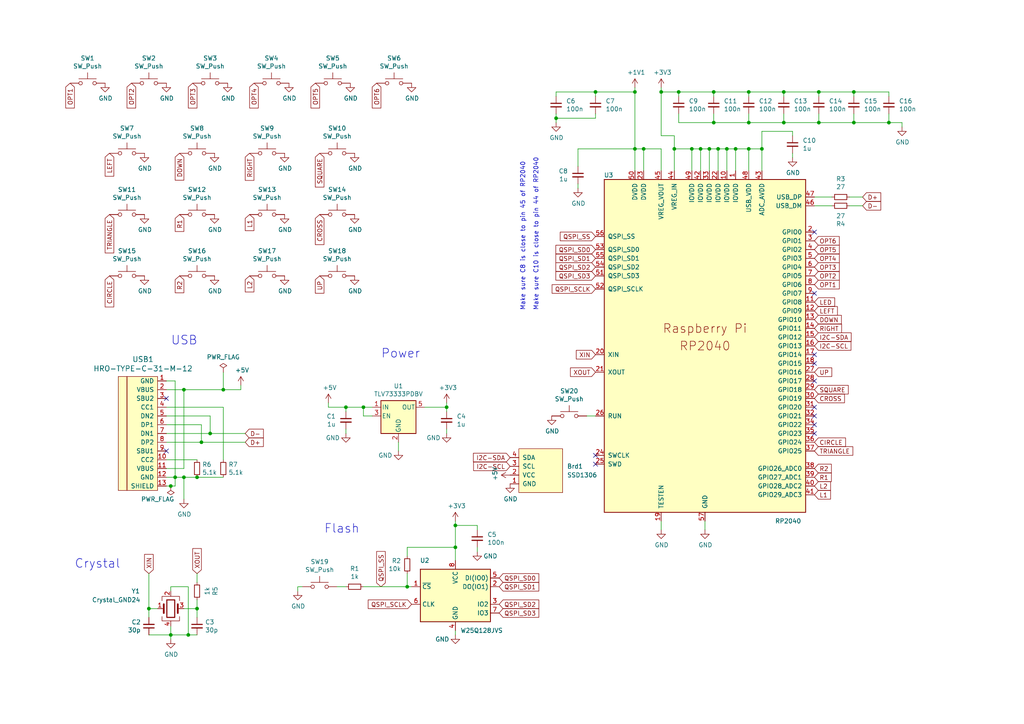
<source format=kicad_sch>
(kicad_sch (version 20211123) (generator eeschema)
  (paper "A4")
  (lib_symbols
    (symbol "Device:C_Small" (pin_numbers hide) (pin_names (offset 0.254) hide)
      (property "Reference" "C" (at 0.254 1.778 0))
      (property "Value" "C_Small" (at 0.254 -2.032 0))
      (symbol "C_Small_1_1"
        (pin passive line (at 0 2.54 270) (length 2.032) (name "~") (number "1"))
        (pin passive line (at 0 -2.54 90) (length 2.032) (name "~") (number "2"))
      )
    )
    (symbol "Device:Crystal_GND24" (pin_names (offset 1.016) hide)
      (property "Reference" "Y" (at 3.175 5.08 0))
      (property "Value" "Crystal_GND24" (at 3.175 3.175 0))
      (symbol "Crystal_GND24_1_1"
        (pin passive line (at -3.81 0 0) (length 1.27) (name "1") (number "1"))
        (pin passive line (at 0 5.08 270) (length 1.27) (name "2") (number "2"))
        (pin passive line (at 3.81 0 180) (length 1.27) (name "3") (number "3"))
        (pin passive line (at 0 -5.08 90) (length 1.27) (name "4") (number "4"))
      )
    )
    (symbol "Device:R_Small" (pin_numbers hide) (pin_names (offset 0.254) hide)
      (property "Reference" "R" (at 0.762 0.508 0))
      (property "Value" "R_Small" (at 0.762 -1.016 0))
      (symbol "R_Small_1_1"
        (pin passive line (at 0 2.54 270) (length 0.762) (name "~") (number "1"))
        (pin passive line (at 0 -2.54 90) (length 0.762) (name "~") (number "2"))
      )
    )
    (symbol "Memory_Flash:W25Q128JVS"
      (property "Reference" "U" (at -8.89 8.89 0))
      (property "Value" "W25Q128JVS" (at 7.62 8.89 0))
      (symbol "W25Q128JVS_1_1"
        (pin input line (at -12.7 2.54 0) (length 2.54) (name "~{CS}") (number "1"))
        (pin bidirectional line (at 12.7 2.54 180) (length 2.54) (name "DO(IO1)") (number "2"))
        (pin bidirectional line (at 12.7 -2.54 180) (length 2.54) (name "IO2") (number "3"))
        (pin power_in line (at 0 -10.16 90) (length 2.54) (name "GND") (number "4"))
        (pin bidirectional line (at 12.7 5.08 180) (length 2.54) (name "DI(IO0)") (number "5"))
        (pin input line (at -12.7 -2.54 0) (length 2.54) (name "CLK") (number "6"))
        (pin bidirectional line (at 12.7 -5.08 180) (length 2.54) (name "IO3") (number "7"))
        (pin power_in line (at 0 10.16 270) (length 2.54) (name "VCC") (number "8"))
      )
    )
    (symbol "RP2040:RP2040" (pin_names (offset 1.016))
      (property "Reference" "U" (at -29.21 49.53 0))
      (property "Value" "RP2040" (at 24.13 -49.53 0))
      (symbol "RP2040_0_0"
        (text "Raspberry Pi" (at 0 5.08 0) (effects (font (size 2.54 2.54))))
        (text "RP2040" (at 0 0 0) (effects (font (size 2.54 2.54))))
      )
      (symbol "RP2040_1_1"
        (pin power_in line (at 8.89 50.8 270) (length 2.54) (name "IOVDD") (number "1"))
        (pin power_in line (at 6.35 50.8 270) (length 2.54) (name "IOVDD") (number "10"))
        (pin bidirectional line (at 31.75 12.7 180) (length 2.54) (name "GPIO8") (number "11"))
        (pin bidirectional line (at 31.75 10.16 180) (length 2.54) (name "GPIO9") (number "12"))
        (pin bidirectional line (at 31.75 7.62 180) (length 2.54) (name "GPIO10") (number "13"))
        (pin bidirectional line (at 31.75 5.08 180) (length 2.54) (name "GPIO11") (number "14"))
        (pin bidirectional line (at 31.75 2.54 180) (length 2.54) (name "GPIO12") (number "15"))
        (pin bidirectional line (at 31.75 0 180) (length 2.54) (name "GPIO13") (number "16"))
        (pin bidirectional line (at 31.75 -2.54 180) (length 2.54) (name "GPIO14") (number "17"))
        (pin bidirectional line (at 31.75 -5.08 180) (length 2.54) (name "GPIO15") (number "18"))
        (pin passive line (at -12.7 -50.8 90) (length 2.54) (name "TESTEN") (number "19"))
        (pin bidirectional line (at 31.75 33.02 180) (length 2.54) (name "GPIO0") (number "2"))
        (pin input line (at -31.75 -2.54 0) (length 2.54) (name "XIN") (number "20"))
        (pin passive line (at -31.75 -7.62 0) (length 2.54) (name "XOUT") (number "21"))
        (pin power_in line (at 3.81 50.8 270) (length 2.54) (name "IOVDD") (number "22"))
        (pin power_in line (at -17.78 50.8 270) (length 2.54) (name "DVDD") (number "23"))
        (pin output line (at -31.75 -31.75 0) (length 2.54) (name "SWCLK") (number "24"))
        (pin bidirectional line (at -31.75 -34.29 0) (length 2.54) (name "SWD") (number "25"))
        (pin input line (at -31.75 -20.32 0) (length 2.54) (name "RUN") (number "26"))
        (pin bidirectional line (at 31.75 -7.62 180) (length 2.54) (name "GPIO16") (number "27"))
        (pin bidirectional line (at 31.75 -10.16 180) (length 2.54) (name "GPIO17") (number "28"))
        (pin bidirectional line (at 31.75 -12.7 180) (length 2.54) (name "GPIO18") (number "29"))
        (pin bidirectional line (at 31.75 30.48 180) (length 2.54) (name "GPIO1") (number "3"))
        (pin bidirectional line (at 31.75 -15.24 180) (length 2.54) (name "GPIO19") (number "30"))
        (pin bidirectional line (at 31.75 -17.78 180) (length 2.54) (name "GPIO20") (number "31"))
        (pin bidirectional line (at 31.75 -20.32 180) (length 2.54) (name "GPIO21") (number "32"))
        (pin power_in line (at 1.27 50.8 270) (length 2.54) (name "IOVDD") (number "33"))
        (pin bidirectional line (at 31.75 -22.86 180) (length 2.54) (name "GPIO22") (number "34"))
        (pin bidirectional line (at 31.75 -25.4 180) (length 2.54) (name "GPIO23") (number "35"))
        (pin bidirectional line (at 31.75 -27.94 180) (length 2.54) (name "GPIO24") (number "36"))
        (pin bidirectional line (at 31.75 -30.48 180) (length 2.54) (name "GPIO25") (number "37"))
        (pin bidirectional line (at 31.75 -35.56 180) (length 2.54) (name "GPIO26_ADC0") (number "38"))
        (pin bidirectional line (at 31.75 -38.1 180) (length 2.54) (name "GPIO27_ADC1") (number "39"))
        (pin bidirectional line (at 31.75 27.94 180) (length 2.54) (name "GPIO2") (number "4"))
        (pin bidirectional line (at 31.75 -40.64 180) (length 2.54) (name "GPIO28_ADC2") (number "40"))
        (pin bidirectional line (at 31.75 -43.18 180) (length 2.54) (name "GPIO29_ADC3") (number "41"))
        (pin power_in line (at -1.27 50.8 270) (length 2.54) (name "IOVDD") (number "42"))
        (pin power_in line (at 16.51 50.8 270) (length 2.54) (name "ADC_AVDD") (number "43"))
        (pin power_in line (at -8.89 50.8 270) (length 2.54) (name "VREG_IN") (number "44"))
        (pin power_out line (at -12.7 50.8 270) (length 2.54) (name "VREG_VOUT") (number "45"))
        (pin bidirectional line (at 31.75 40.64 180) (length 2.54) (name "USB_DM") (number "46"))
        (pin bidirectional line (at 31.75 43.18 180) (length 2.54) (name "USB_DP") (number "47"))
        (pin power_in line (at 12.7 50.8 270) (length 2.54) (name "USB_VDD") (number "48"))
        (pin power_in line (at -3.81 50.8 270) (length 2.54) (name "IOVDD") (number "49"))
        (pin bidirectional line (at 31.75 25.4 180) (length 2.54) (name "GPIO3") (number "5"))
        (pin power_in line (at -20.32 50.8 270) (length 2.54) (name "DVDD") (number "50"))
        (pin bidirectional line (at -31.75 20.32 0) (length 2.54) (name "QSPI_SD3") (number "51"))
        (pin output line (at -31.75 16.51 0) (length 2.54) (name "QSPI_SCLK") (number "52"))
        (pin bidirectional line (at -31.75 27.94 0) (length 2.54) (name "QSPI_SD0") (number "53"))
        (pin bidirectional line (at -31.75 22.86 0) (length 2.54) (name "QSPI_SD2") (number "54"))
        (pin bidirectional line (at -31.75 25.4 0) (length 2.54) (name "QSPI_SD1") (number "55"))
        (pin bidirectional line (at -31.75 31.75 0) (length 2.54) (name "QSPI_SS") (number "56"))
        (pin power_in line (at 0 -50.8 90) (length 2.54) (name "GND") (number "57"))
        (pin bidirectional line (at 31.75 22.86 180) (length 2.54) (name "GPIO4") (number "6"))
        (pin bidirectional line (at 31.75 20.32 180) (length 2.54) (name "GPIO5") (number "7"))
        (pin bidirectional line (at 31.75 17.78 180) (length 2.54) (name "GPIO6") (number "8"))
        (pin bidirectional line (at 31.75 15.24 180) (length 2.54) (name "GPIO7") (number "9"))
      )
    )
    (symbol "Regulator_Linear:TLV73333PDBV" (pin_names (offset 0.254))
      (property "Reference" "U" (at -3.81 5.715 0))
      (property "Value" "TLV73333PDBV" (at 0 5.715 0))
      (symbol "TLV73333PDBV_1_1"
        (pin power_in line (at -7.62 2.54 0) (length 2.54) (name "IN") (number "1"))
        (pin power_in line (at 0 -7.62 90) (length 2.54) (name "GND") (number "2"))
        (pin input line (at -7.62 0 0) (length 2.54) (name "EN") (number "3"))
        (pin no_connect line (at 5.08 0 180) (length 2.54) hide (name "NC") (number "4"))
        (pin power_out line (at 7.62 2.54 180) (length 2.54) (name "OUT") (number "5"))
      )
    )
    (symbol "SSD1306-128x64_OLED:SSD1306" (pin_names (offset 1.016))
      (property "Reference" "Brd" (at 0 -3.81 0))
      (property "Value" "SSD1306" (at 0 -1.27 0))
      (symbol "SSD1306_1_1"
        (pin input line (at -3.81 8.89 270) (length 2.54) (name "GND") (number "1"))
        (pin input line (at -1.27 8.89 270) (length 2.54) (name "VCC") (number "2"))
        (pin input line (at 1.27 8.89 270) (length 2.54) (name "SCL") (number "3"))
        (pin input line (at 3.81 8.89 270) (length 2.54) (name "SDA") (number "4"))
      )
    )
    (symbol "Switch:SW_Push" (pin_numbers hide) (pin_names (offset 1.016) hide)
      (property "Reference" "SW" (at 1.27 2.54 0))
      (property "Value" "SW_Push" (at 0 -1.524 0))
      (symbol "SW_Push_0_1"
        (pin passive line (at -5.08 0 0) (length 2.54) (name "1") (number "1"))
        (pin passive line (at 5.08 0 180) (length 2.54) (name "2") (number "2"))
      )
    )
    (symbol "Type-C:HRO-TYPE-C-31-M-12" (pin_names (offset 1.016))
      (property "Reference" "USB" (at -5.08 16.51 0))
      (property "Value" "HRO-TYPE-C-31-M-12" (at -10.16 -1.27 90))
      (symbol "HRO-TYPE-C-31-M-12_1_1"
        (pin input line (at 2.54 13.97 180) (length 2.54) (name "GND") (number "1"))
        (pin input line (at 2.54 -8.89 180) (length 2.54) (name "CC2") (number "10"))
        (pin input line (at 2.54 -11.43 180) (length 2.54) (name "VBUS") (number "11"))
        (pin input line (at 2.54 -13.97 180) (length 2.54) (name "GND") (number "12"))
        (pin input line (at 2.54 -16.51 180) (length 2.54) (name "SHIELD") (number "13"))
        (pin input line (at 2.54 11.43 180) (length 2.54) (name "VBUS") (number "2"))
        (pin input line (at 2.54 8.89 180) (length 2.54) (name "SBU2") (number "3"))
        (pin input line (at 2.54 6.35 180) (length 2.54) (name "CC1") (number "4"))
        (pin input line (at 2.54 3.81 180) (length 2.54) (name "DN2") (number "5"))
        (pin input line (at 2.54 1.27 180) (length 2.54) (name "DP1") (number "6"))
        (pin input line (at 2.54 -1.27 180) (length 2.54) (name "DN1") (number "7"))
        (pin input line (at 2.54 -3.81 180) (length 2.54) (name "DP2") (number "8"))
        (pin input line (at 2.54 -6.35 180) (length 2.54) (name "SBU1") (number "9"))
      )
    )
    (symbol "power:+1V1" (power) (pin_names (offset 0))
      (property "Value" "+1V1" (at 0 3.556 0))
      (symbol "+1V1_1_1"
        (pin power_in line (at 0 0 90) (length 0) hide (name "+1V1") (number "1"))
      )
    )
    (symbol "power:+3V3" (power) (pin_names (offset 0))
      (property "Value" "+3V3" (at 0 3.556 0))
      (symbol "+3V3_1_1"
        (pin power_in line (at 0 0 90) (length 0) hide (name "+3V3") (number "1"))
      )
    )
    (symbol "power:+5V" (power) (pin_names (offset 0))
      (property "Value" "+5V" (at 0 3.556 0))
      (symbol "+5V_1_1"
        (pin power_in line (at 0 0 90) (length 0) hide (name "+5V") (number "1"))
      )
    )
    (symbol "power:GND" (power) (pin_names (offset 0))
      (property "Value" "GND" (at 0 -3.81 0))
      (symbol "GND_1_1"
        (pin power_in line (at 0 0 270) (length 0) hide (name "GND") (number "1"))
      )
    )
    (symbol "power:PWR_FLAG" (power) (pin_numbers hide) (pin_names (offset 0) hide)
      (property "Value" "PWR_FLAG" (at 0 3.81 0))
      (symbol "PWR_FLAG_0_0"
        (pin power_out line (at 0 0 90) (length 0) (name "pwr") (number "1"))
      )
    )
    (symbol "sk6812mini-e_easy_solder:SK6812MINI-E_Easy_Solder" (pin_names (offset 0.254))
      (property "Reference" "D" (at 5.08 5.715 0))
      (property "Value" "SK6812MINI-E_Easy_Solder" (at 1.27 -5.715 0))
      (symbol "SK6812MINI-E_Easy_Solder_0_0"
        (text "RGB" (at 2.286 -4.191 0) (effects (font (size 0.762 0.762))))
      )
      (symbol "SK6812MINI-E_Easy_Solder_1_1"
        (pin power_in line (at 0 7.62 270) (length 2.54) (name "VDD") (number "1"))
        (pin output line (at 7.62 0 180) (length 2.54) (name "DOUT") (number "2"))
        (pin power_in line (at 0 -7.62 90) (length 2.54) (name "VSS") (number "3"))
        (pin input line (at -7.62 0 0) (length 2.54) (name "DIN") (number "4"))
      )
    )
  )
  (junction (at 191.77 26.67))
  (junction (at 196.85 26.67))
  (junction (at 247.65 26.67))
  (junction (at 207.01 35.56))
  (junction (at 58.42 128.27))
  (junction (at 186.69 225.425))
  (junction (at 50.8 138.43))
  (junction (at 217.17 240.665))
  (junction (at 227.33 26.67))
  (junction (at 237.49 35.56))
  (junction (at 49.53 184.15))
  (junction (at 54.61 184.15))
  (junction (at 227.33 35.56))
  (junction (at 213.36 43.18))
  (junction (at 210.82 43.18))
  (junction (at 208.28 43.18))
  (junction (at 140.97 240.665))
  (junction (at 156.21 240.665))
  (junction (at 110.49 225.425))
  (junction (at 105.41 118.11))
  (junction (at 125.73 240.665))
  (junction (at 80.01 240.665))
  (junction (at 156.21 225.425))
  (junction (at 171.45 240.665))
  (junction (at 53.34 138.43))
  (junction (at 201.93 225.425))
  (junction (at 201.93 240.665))
  (junction (at 49.53 140.97))
  (junction (at 118.11 170.18))
  (junction (at 172.72 26.67))
  (junction (at 205.74 43.18))
  (junction (at 247.65 35.56))
  (junction (at 217.17 26.67))
  (junction (at 132.08 152.4))
  (junction (at 217.17 225.425))
  (junction (at 60.96 125.73))
  (junction (at 110.49 240.665))
  (junction (at 186.69 43.18))
  (junction (at 232.41 240.665))
  (junction (at 57.15 138.43))
  (junction (at 125.73 225.425))
  (junction (at 95.25 240.665))
  (junction (at 217.17 43.18))
  (junction (at 161.29 34.29))
  (junction (at 220.98 43.18))
  (junction (at 140.97 225.425))
  (junction (at 207.01 26.67))
  (junction (at 257.81 35.56))
  (junction (at 184.15 43.18))
  (junction (at 95.25 225.425))
  (junction (at 64.77 225.425))
  (junction (at 53.34 113.03))
  (junction (at 80.01 225.425))
  (junction (at 200.66 43.18))
  (junction (at 184.15 26.67))
  (junction (at 203.2 43.18))
  (junction (at 186.69 240.665))
  (junction (at 171.45 225.425))
  (junction (at 195.58 43.18))
  (junction (at 217.17 35.56))
  (junction (at 57.15 176.53))
  (junction (at 64.77 113.03))
  (junction (at 132.08 158.75))
  (junction (at 100.33 118.11))
  (junction (at 237.49 26.67))
  (junction (at 43.18 176.53))
  (junction (at 129.54 118.11))
  (no_connect (at 236.22 123.19))
  (no_connect (at 236.22 120.65))
  (no_connect (at 236.22 85.09))
  (no_connect (at 236.22 110.49))
  (no_connect (at 236.22 125.73))
  (no_connect (at 240.03 233.045))
  (no_connect (at 236.22 67.31))
  (no_connect (at 236.22 102.87))
  (no_connect (at 48.26 130.81))
  (no_connect (at 48.26 115.57))
  (no_connect (at 172.72 132.08))
  (no_connect (at 236.22 118.11))
  (no_connect (at 236.22 105.41))
  (no_connect (at 172.72 134.62))
  (wire (pts (xy 54.61 184.15) (xy 49.53 184.15)))
  (wire (pts (xy 48.26 118.11) (xy 64.77 118.11)))
  (wire (pts (xy 156.21 240.665) (xy 171.45 240.665)))
  (wire (pts (xy 50.8 140.97) (xy 49.53 140.97)))
  (wire (pts (xy 43.18 184.15) (xy 49.53 184.15)))
  (wire (pts (xy 95.25 225.425) (xy 110.49 225.425)))
  (wire (pts (xy 201.93 225.425) (xy 217.17 225.425)))
  (wire (pts (xy 196.85 33.02) (xy 196.85 35.56)))
  (wire (pts (xy 184.15 43.18) (xy 186.69 43.18)))
  (wire (pts (xy 167.64 48.26) (xy 167.64 43.18)))
  (wire (pts (xy 110.49 225.425) (xy 125.73 225.425)))
  (wire (pts (xy 53.34 176.53) (xy 57.15 176.53)))
  (wire (pts (xy 207.01 33.02) (xy 207.01 35.56)))
  (wire (pts (xy 43.18 166.37) (xy 43.18 176.53)))
  (wire (pts (xy 53.34 113.03) (xy 53.34 135.89)))
  (wire (pts (xy 257.81 27.94) (xy 257.81 26.67)))
  (wire (pts (xy 217.17 43.18) (xy 220.98 43.18)))
  (wire (pts (xy 195.58 43.18) (xy 195.58 39.37)))
  (wire (pts (xy 48.26 138.43) (xy 50.8 138.43)))
  (wire (pts (xy 236.22 59.69) (xy 241.3 59.69)))
  (wire (pts (xy 200.66 43.18) (xy 203.2 43.18)))
  (wire (pts (xy 118.11 170.18) (xy 119.38 170.18)))
  (wire (pts (xy 64.77 240.665) (xy 80.01 240.665)))
  (wire (pts (xy 186.69 43.18) (xy 186.69 49.53)))
  (wire (pts (xy 45.72 176.53) (xy 43.18 176.53)))
  (wire (pts (xy 161.29 34.29) (xy 172.72 34.29)))
  (wire (pts (xy 207.01 26.67) (xy 217.17 26.67)))
  (wire (pts (xy 132.08 152.4) (xy 138.43 152.4)))
  (wire (pts (xy 97.79 170.18) (xy 100.33 170.18)))
  (wire (pts (xy 186.69 240.665) (xy 201.93 240.665)))
  (wire (pts (xy 171.45 225.425) (xy 186.69 225.425)))
  (wire (pts (xy 53.34 113.03) (xy 64.77 113.03)))
  (wire (pts (xy 184.15 43.18) (xy 184.15 49.53)))
  (wire (pts (xy 50.8 138.43) (xy 50.8 140.97)))
  (wire (pts (xy 71.12 125.73) (xy 60.96 125.73)))
  (wire (pts (xy 186.69 43.18) (xy 191.77 43.18)))
  (wire (pts (xy 161.29 34.29) (xy 161.29 35.56)))
  (wire (pts (xy 118.11 158.75) (xy 132.08 158.75)))
  (wire (pts (xy 237.49 26.67) (xy 247.65 26.67)))
  (wire (pts (xy 132.08 158.75) (xy 132.08 162.56)))
  (wire (pts (xy 60.96 120.65) (xy 60.96 125.73)))
  (wire (pts (xy 107.95 118.11) (xy 105.41 118.11)))
  (wire (pts (xy 208.28 49.53) (xy 208.28 43.18)))
  (wire (pts (xy 227.33 33.02) (xy 227.33 35.56)))
  (wire (pts (xy 203.2 49.53) (xy 203.2 43.18)))
  (wire (pts (xy 217.17 26.67) (xy 227.33 26.67)))
  (wire (pts (xy 186.69 225.425) (xy 201.93 225.425)))
  (wire (pts (xy 257.81 35.56) (xy 261.62 35.56)))
  (wire (pts (xy 217.17 240.665) (xy 232.41 240.665)))
  (wire (pts (xy 48.26 133.35) (xy 57.15 133.35)))
  (wire (pts (xy 57.15 168.91) (xy 57.15 166.37)))
  (wire (pts (xy 220.98 38.1) (xy 229.87 38.1)))
  (wire (pts (xy 64.77 107.95) (xy 64.77 113.03)))
  (wire (pts (xy 64.77 225.425) (xy 80.01 225.425)))
  (wire (pts (xy 54.61 170.18) (xy 54.61 184.15)))
  (wire (pts (xy 195.58 43.18) (xy 200.66 43.18)))
  (wire (pts (xy 172.72 27.94) (xy 172.72 26.67)))
  (wire (pts (xy 105.41 170.18) (xy 118.11 170.18)))
  (wire (pts (xy 227.33 35.56) (xy 237.49 35.56)))
  (wire (pts (xy 118.11 161.29) (xy 118.11 158.75)))
  (wire (pts (xy 105.41 120.65) (xy 105.41 118.11)))
  (wire (pts (xy 171.45 240.665) (xy 186.69 240.665)))
  (wire (pts (xy 48.26 110.49) (xy 50.8 110.49)))
  (wire (pts (xy 57.15 176.53) (xy 57.15 179.07)))
  (wire (pts (xy 205.74 49.53) (xy 205.74 43.18)))
  (wire (pts (xy 237.49 27.94) (xy 237.49 26.67)))
  (wire (pts (xy 132.08 152.4) (xy 132.08 151.13)))
  (wire (pts (xy 69.85 113.03) (xy 69.85 111.76)))
  (wire (pts (xy 140.97 225.425) (xy 156.21 225.425)))
  (wire (pts (xy 208.28 43.18) (xy 210.82 43.18)))
  (wire (pts (xy 213.36 43.18) (xy 217.17 43.18)))
  (wire (pts (xy 237.49 35.56) (xy 247.65 35.56)))
  (wire (pts (xy 100.33 124.46) (xy 100.33 125.73)))
  (wire (pts (xy 191.77 39.37) (xy 191.77 26.67)))
  (wire (pts (xy 246.38 59.69) (xy 250.19 59.69)))
  (wire (pts (xy 247.65 35.56) (xy 257.81 35.56)))
  (wire (pts (xy 49.53 184.15) (xy 49.53 185.42)))
  (wire (pts (xy 257.81 33.02) (xy 257.81 35.56)))
  (wire (pts (xy 123.19 118.11) (xy 129.54 118.11)))
  (wire (pts (xy 129.54 118.11) (xy 129.54 119.38)))
  (wire (pts (xy 95.25 118.11) (xy 95.25 116.84)))
  (wire (pts (xy 64.77 138.43) (xy 57.15 138.43)))
  (wire (pts (xy 49.53 170.18) (xy 54.61 170.18)))
  (wire (pts (xy 80.01 225.425) (xy 95.25 225.425)))
  (wire (pts (xy 195.58 49.53) (xy 195.58 43.18)))
  (wire (pts (xy 207.01 35.56) (xy 196.85 35.56)))
  (wire (pts (xy 132.08 158.75) (xy 132.08 152.4)))
  (wire (pts (xy 195.58 39.37) (xy 191.77 39.37)))
  (wire (pts (xy 172.72 34.29) (xy 172.72 33.02)))
  (wire (pts (xy 261.62 35.56) (xy 261.62 36.83)))
  (wire (pts (xy 170.18 120.65) (xy 172.72 120.65)))
  (wire (pts (xy 57.15 184.15) (xy 54.61 184.15)))
  (wire (pts (xy 58.42 123.19) (xy 58.42 128.27)))
  (wire (pts (xy 50.8 110.49) (xy 50.8 138.43)))
  (wire (pts (xy 191.77 43.18) (xy 191.77 49.53)))
  (wire (pts (xy 247.65 26.67) (xy 257.81 26.67)))
  (wire (pts (xy 57.15 176.53) (xy 57.15 173.99)))
  (wire (pts (xy 201.93 240.665) (xy 217.17 240.665)))
  (wire (pts (xy 204.47 151.13) (xy 204.47 153.67)))
  (wire (pts (xy 229.87 44.45) (xy 229.87 45.72)))
  (wire (pts (xy 172.72 26.67) (xy 184.15 26.67)))
  (wire (pts (xy 86.36 170.18) (xy 86.36 171.45)))
  (wire (pts (xy 43.18 176.53) (xy 43.18 179.07)))
  (wire (pts (xy 191.77 26.67) (xy 196.85 26.67)))
  (wire (pts (xy 227.33 27.94) (xy 227.33 26.67)))
  (wire (pts (xy 227.33 26.67) (xy 237.49 26.67)))
  (wire (pts (xy 229.87 39.37) (xy 229.87 38.1)))
  (wire (pts (xy 95.25 240.665) (xy 110.49 240.665)))
  (wire (pts (xy 125.73 240.665) (xy 140.97 240.665)))
  (wire (pts (xy 161.29 27.94) (xy 161.29 26.67)))
  (wire (pts (xy 217.17 49.53) (xy 217.17 43.18)))
  (wire (pts (xy 115.57 128.27) (xy 115.57 130.81)))
  (wire (pts (xy 205.74 43.18) (xy 208.28 43.18)))
  (wire (pts (xy 48.26 125.73) (xy 60.96 125.73)))
  (wire (pts (xy 48.26 113.03) (xy 53.34 113.03)))
  (wire (pts (xy 49.53 171.45) (xy 49.53 170.18)))
  (wire (pts (xy 50.8 138.43) (xy 53.34 138.43)))
  (wire (pts (xy 138.43 152.4) (xy 138.43 153.67)))
  (wire (pts (xy 184.15 25.4) (xy 184.15 26.67)))
  (wire (pts (xy 196.85 26.67) (xy 207.01 26.67)))
  (wire (pts (xy 49.53 181.61) (xy 49.53 184.15)))
  (wire (pts (xy 207.01 35.56) (xy 217.17 35.56)))
  (wire (pts (xy 167.64 43.18) (xy 184.15 43.18)))
  (wire (pts (xy 53.34 138.43) (xy 57.15 138.43)))
  (wire (pts (xy 118.11 166.37) (xy 118.11 170.18)))
  (wire (pts (xy 100.33 119.38) (xy 100.33 118.11)))
  (wire (pts (xy 196.85 27.94) (xy 196.85 26.67)))
  (wire (pts (xy 110.49 240.665) (xy 125.73 240.665)))
  (wire (pts (xy 203.2 43.18) (xy 205.74 43.18)))
  (wire (pts (xy 220.98 43.18) (xy 220.98 49.53)))
  (wire (pts (xy 167.64 53.34) (xy 167.64 54.61)))
  (wire (pts (xy 48.26 123.19) (xy 58.42 123.19)))
  (wire (pts (xy 129.54 124.46) (xy 129.54 125.73)))
  (wire (pts (xy 64.77 118.11) (xy 64.77 133.35)))
  (wire (pts (xy 210.82 49.53) (xy 210.82 43.18)))
  (wire (pts (xy 49.53 140.97) (xy 48.26 140.97)))
  (wire (pts (xy 125.73 225.425) (xy 140.97 225.425)))
  (wire (pts (xy 213.36 49.53) (xy 213.36 43.18)))
  (wire (pts (xy 107.95 120.65) (xy 105.41 120.65)))
  (wire (pts (xy 64.77 113.03) (xy 69.85 113.03)))
  (wire (pts (xy 217.17 27.94) (xy 217.17 26.67)))
  (wire (pts (xy 247.65 27.94) (xy 247.65 26.67)))
  (wire (pts (xy 129.54 116.84) (xy 129.54 118.11)))
  (wire (pts (xy 48.26 128.27) (xy 58.42 128.27)))
  (wire (pts (xy 217.17 33.02) (xy 217.17 35.56)))
  (wire (pts (xy 86.36 170.18) (xy 87.63 170.18)))
  (wire (pts (xy 191.77 151.13) (xy 191.77 153.67)))
  (wire (pts (xy 140.97 240.665) (xy 156.21 240.665)))
  (wire (pts (xy 161.29 26.67) (xy 172.72 26.67)))
  (wire (pts (xy 200.66 49.53) (xy 200.66 43.18)))
  (wire (pts (xy 217.17 225.425) (xy 232.41 225.425)))
  (wire (pts (xy 138.43 158.75) (xy 138.43 160.02)))
  (wire (pts (xy 237.49 33.02) (xy 237.49 35.56)))
  (wire (pts (xy 48.26 120.65) (xy 60.96 120.65)))
  (wire (pts (xy 71.12 128.27) (xy 58.42 128.27)))
  (wire (pts (xy 95.25 118.11) (xy 100.33 118.11)))
  (wire (pts (xy 247.65 33.02) (xy 247.65 35.56)))
  (wire (pts (xy 220.98 38.1) (xy 220.98 43.18)))
  (wire (pts (xy 132.08 182.88) (xy 132.08 184.15)))
  (wire (pts (xy 100.33 118.11) (xy 105.41 118.11)))
  (wire (pts (xy 191.77 25.4) (xy 191.77 26.67)))
  (wire (pts (xy 53.34 144.78) (xy 53.34 138.43)))
  (wire (pts (xy 236.22 57.15) (xy 241.3 57.15)))
  (wire (pts (xy 246.38 57.15) (xy 250.19 57.15)))
  (wire (pts (xy 210.82 43.18) (xy 213.36 43.18)))
  (wire (pts (xy 184.15 26.67) (xy 184.15 43.18)))
  (wire (pts (xy 161.29 33.02) (xy 161.29 34.29)))
  (wire (pts (xy 80.01 240.665) (xy 95.25 240.665)))
  (wire (pts (xy 207.01 27.94) (xy 207.01 26.67)))
  (wire (pts (xy 156.21 225.425) (xy 171.45 225.425)))
  (wire (pts (xy 217.17 35.56) (xy 227.33 35.56)))
  (wire (pts (xy 53.34 135.89) (xy 48.26 135.89)))
  (text "USB" (at 49.53 100.33 0) (effects (font (size 2.54 2.54)) (justify left bottom)))
  (text "Crystal" (at 21.59 165.1 0) (effects (font (size 2.54 2.54)) (justify left bottom)))
  (text "Make sure C8 is close to pin 45 of RP2040" (at 152.4 90.17 90) (effects (font (size 1.27 1.27)) (justify left bottom)))
  (text "Flash" (at 93.98 154.94 0) (effects (font (size 2.54 2.54)) (justify left bottom)))
  (text "Make sure C10 is close to pin 44 of RP2040" (at 156.21 90.17 90) (effects (font (size 1.27 1.27)) (justify left bottom)))
  (text "Power" (at 110.49 104.14 0) (effects (font (size 2.54 2.54)) (justify left bottom)))
  (global_label "I2C-SCL" (shape input) (at 147.955 135.255 180) (property "Intersheet References" "${INTERSHEET_REFS}" (effects hide)))
  (global_label "I2C-SDA" (shape input) (at 147.955 132.715 180) (property "Intersheet References" "${INTERSHEET_REFS}" (effects hide)))
  (global_label "RIGHT" (shape input) (at 72.39 44.45 270) (property "Intersheet References" "${INTERSHEET_REFS}" (effects hide)))
  (global_label "OPT1" (shape input) (at 20.32 24.13 270) (property "Intersheet References" "${INTERSHEET_REFS}" (effects hide)))
  (global_label "QSPI_SD0" (shape input) (at 144.78 167.64 0) (property "Intersheet References" "${INTERSHEET_REFS}" (effects hide)))
  (global_label "OPT1" (shape input) (at 236.22 82.55 0) (property "Intersheet References" "${INTERSHEET_REFS}" (effects hide)))
  (global_label "R1" (shape input) (at 52.07 62.23 270) (property "Intersheet References" "${INTERSHEET_REFS}" (effects hide)))
  (global_label "QSPI_SD3" (shape input) (at 172.72 80.01 180) (property "Intersheet References" "${INTERSHEET_REFS}" (effects hide)))
  (global_label "L2" (shape input) (at 236.22 140.97 0) (property "Intersheet References" "${INTERSHEET_REFS}" (effects hide)))
  (global_label "OPT3" (shape input) (at 55.88 24.13 270) (property "Intersheet References" "${INTERSHEET_REFS}" (effects hide)))
  (global_label "CIRCLE" (shape input) (at 31.75 80.01 270) (property "Intersheet References" "${INTERSHEET_REFS}" (effects hide)))
  (global_label "QSPI_SS" (shape input) (at 172.72 68.58 180) (property "Intersheet References" "${INTERSHEET_REFS}" (effects hide)))
  (global_label "D-" (shape input) (at 71.12 125.73 0) (property "Intersheet References" "${INTERSHEET_REFS}" (effects hide)))
  (global_label "LED" (shape input) (at 57.15 233.045 180) (property "Intersheet References" "${INTERSHEET_REFS}" (effects hide)))
  (global_label "XIN" (shape input) (at 172.72 102.87 180) (property "Intersheet References" "${INTERSHEET_REFS}" (effects hide)))
  (global_label "XOUT" (shape input) (at 57.15 166.37 90) (property "Intersheet References" "${INTERSHEET_REFS}" (effects hide)))
  (global_label "DOWN" (shape input) (at 52.07 44.45 270) (property "Intersheet References" "${INTERSHEET_REFS}" (effects hide)))
  (global_label "UP" (shape input) (at 236.22 107.95 0) (property "Intersheet References" "${INTERSHEET_REFS}" (effects hide)))
  (global_label "LED" (shape input) (at 236.22 87.63 0) (property "Intersheet References" "${INTERSHEET_REFS}" (effects hide)))
  (global_label "OPT2" (shape input) (at 38.1 24.13 270) (property "Intersheet References" "${INTERSHEET_REFS}" (effects hide)))
  (global_label "OPT5" (shape input) (at 236.22 72.39 0) (property "Intersheet References" "${INTERSHEET_REFS}" (effects hide)))
  (global_label "I2C-SCL" (shape input) (at 236.22 100.33 0) (property "Intersheet References" "${INTERSHEET_REFS}" (effects hide)))
  (global_label "QSPI_SD1" (shape input) (at 144.78 170.18 0) (property "Intersheet References" "${INTERSHEET_REFS}" (effects hide)))
  (global_label "QSPI_SD2" (shape input) (at 172.72 77.47 180) (property "Intersheet References" "${INTERSHEET_REFS}" (effects hide)))
  (global_label "CROSS" (shape input) (at 92.71 62.23 270) (property "Intersheet References" "${INTERSHEET_REFS}" (effects hide)))
  (global_label "OPT6" (shape input) (at 236.22 69.85 0) (property "Intersheet References" "${INTERSHEET_REFS}" (effects hide)))
  (global_label "SQUARE" (shape input) (at 92.71 44.45 270) (property "Intersheet References" "${INTERSHEET_REFS}" (effects hide)))
  (global_label "OPT2" (shape input) (at 236.22 80.01 0) (property "Intersheet References" "${INTERSHEET_REFS}" (effects hide)))
  (global_label "QSPI_SD0" (shape input) (at 172.72 72.39 180) (property "Intersheet References" "${INTERSHEET_REFS}" (effects hide)))
  (global_label "QSPI_SD3" (shape input) (at 144.78 177.8 0) (property "Intersheet References" "${INTERSHEET_REFS}" (effects hide)))
  (global_label "R1" (shape input) (at 236.22 138.43 0) (property "Intersheet References" "${INTERSHEET_REFS}" (effects hide)))
  (global_label "L1" (shape input) (at 236.22 143.51 0) (property "Intersheet References" "${INTERSHEET_REFS}" (effects hide)))
  (global_label "UP" (shape input) (at 92.71 80.01 270) (property "Intersheet References" "${INTERSHEET_REFS}" (effects hide)))
  (global_label "XOUT" (shape input) (at 172.72 107.95 180) (property "Intersheet References" "${INTERSHEET_REFS}" (effects hide)))
  (global_label "CIRCLE" (shape input) (at 236.22 128.27 0) (property "Intersheet References" "${INTERSHEET_REFS}" (effects hide)))
  (global_label "SQUARE" (shape input) (at 236.22 113.03 0) (property "Intersheet References" "${INTERSHEET_REFS}" (effects hide)))
  (global_label "OPT4" (shape input) (at 73.66 24.13 270) (property "Intersheet References" "${INTERSHEET_REFS}" (effects hide)))
  (global_label "L1" (shape input) (at 72.39 62.23 270) (property "Intersheet References" "${INTERSHEET_REFS}" (effects hide)))
  (global_label "RIGHT" (shape input) (at 236.22 95.25 0) (property "Intersheet References" "${INTERSHEET_REFS}" (effects hide)))
  (global_label "QSPI_SCLK" (shape input) (at 172.72 83.82 180) (property "Intersheet References" "${INTERSHEET_REFS}" (effects hide)))
  (global_label "OPT6" (shape input) (at 109.22 24.13 270) (property "Intersheet References" "${INTERSHEET_REFS}" (effects hide)))
  (global_label "QSPI_SS" (shape input) (at 110.49 170.18 90) (property "Intersheet References" "${INTERSHEET_REFS}" (effects hide)))
  (global_label "LEFT" (shape input) (at 31.75 44.45 270) (property "Intersheet References" "${INTERSHEET_REFS}" (effects hide)))
  (global_label "OPT5" (shape input) (at 91.44 24.13 270) (property "Intersheet References" "${INTERSHEET_REFS}" (effects hide)))
  (global_label "OPT4" (shape input) (at 236.22 74.93 0) (property "Intersheet References" "${INTERSHEET_REFS}" (effects hide)))
  (global_label "QSPI_SD2" (shape input) (at 144.78 175.26 0) (property "Intersheet References" "${INTERSHEET_REFS}" (effects hide)))
  (global_label "TRIANGLE" (shape input) (at 236.22 130.81 0) (property "Intersheet References" "${INTERSHEET_REFS}" (effects hide)))
  (global_label "R2" (shape input) (at 52.07 80.01 270) (property "Intersheet References" "${INTERSHEET_REFS}" (effects hide)))
  (global_label "TRIANGLE" (shape input) (at 31.75 62.23 270) (property "Intersheet References" "${INTERSHEET_REFS}" (effects hide)))
  (global_label "D+" (shape input) (at 71.12 128.27 0) (property "Intersheet References" "${INTERSHEET_REFS}" (effects hide)))
  (global_label "XIN" (shape input) (at 43.18 166.37 90) (property "Intersheet References" "${INTERSHEET_REFS}" (effects hide)))
  (global_label "QSPI_SCLK" (shape input) (at 119.38 175.26 180) (property "Intersheet References" "${INTERSHEET_REFS}" (effects hide)))
  (global_label "L2" (shape input) (at 72.39 80.01 270) (property "Intersheet References" "${INTERSHEET_REFS}" (effects hide)))
  (global_label "LEFT" (shape input) (at 236.22 90.17 0) (property "Intersheet References" "${INTERSHEET_REFS}" (effects hide)))
  (global_label "I2C-SDA" (shape input) (at 236.22 97.79 0) (property "Intersheet References" "${INTERSHEET_REFS}" (effects hide)))
  (global_label "R2" (shape input) (at 236.22 135.89 0) (property "Intersheet References" "${INTERSHEET_REFS}" (effects hide)))
  (global_label "D-" (shape input) (at 250.19 59.69 0) (property "Intersheet References" "${INTERSHEET_REFS}" (effects hide)))
  (global_label "D+" (shape input) (at 250.19 57.15 0) (property "Intersheet References" "${INTERSHEET_REFS}" (effects hide)))
  (global_label "CROSS" (shape input) (at 236.22 115.57 0) (property "Intersheet References" "${INTERSHEET_REFS}" (effects hide)))
  (global_label "DOWN" (shape input) (at 236.22 92.71 0) (property "Intersheet References" "${INTERSHEET_REFS}" (effects hide)))
  (global_label "QSPI_SD1" (shape input) (at 172.72 74.93 180) (property "Intersheet References" "${INTERSHEET_REFS}" (effects hide)))
  (global_label "OPT3" (shape input) (at 236.22 77.47 0) (property "Intersheet References" "${INTERSHEET_REFS}" (effects hide)))
  (symbol (lib_id "RP2040:RP2040") (at 204.47 100.33 0) (unit 1)
    (property "Reference" "U3" (at 176.53 50.8 0))
    (property "Value" "RP2040" (at 228.6 151.13 0))
    (property "Footprint" "RP2040:RP2040-QFN-56" (effects hide))
    (property "LCSC" "C2040" (effects hide))
  )
  (symbol (lib_id "Memory_Flash:W25Q128JVS") (at 132.08 172.72 0) (unit 1)
    (property "Reference" "U2" (at 123.19 162.56 0))
    (property "Value" "W25Q128JVS" (at 139.7 182.88 0))
    (property "Footprint" "Package_SO:SOIC-8_5.23x5.23mm_P1.27mm" (effects hide))
    (property "Datasheet" "http://www.winbond.com/resource-files/w25q128jv_dtr%20revc%2003272018%20plus.pdf" (effects hide))
    (property "LCSC" "C97521" (effects hide))
  )
  (symbol (lib_id "power:+3V3") (at 132.08 151.13 0) (unit 1)
    (property "Reference" "#PWR0113" (effects hide))
    (property "Value" "+3V3" (at 132.461 146.7358 0))
  )
  (symbol (lib_id "power:GND") (at 132.08 184.15 0) (unit 1)
    (property "Reference" "#PWR0112" (effects hide))
    (property "Value" "GND" (at 128.27 185.42 0))
  )
  (symbol (lib_id "Device:R_Small") (at 118.11 163.83 0) (mirror y) (unit 1)
    (property "Reference" "R2" (at 116.332 162.6616 0) (effects (justify left)))
    (property "Value" "10k" (at 116.332 164.973 0) (effects (justify left)))
    (property "Footprint" "Resistor_SMD:R_0402_1005Metric" (effects hide))
    (property "LCSC" "C25744" (effects hide))
  )
  (symbol (lib_id "Device:R_Small") (at 102.87 170.18 270) (unit 1)
    (property "Reference" "R1" (at 102.87 164.9222 90))
    (property "Value" "1k" (at 102.87 167.2336 90))
    (property "Footprint" "Resistor_SMD:R_0402_1005Metric" (effects hide))
    (property "LCSC" "C11702" (effects hide))
  )
  (symbol (lib_id "Device:C_Small") (at 138.43 156.21 0) (unit 1)
    (property "Reference" "C5" (at 141.351 155.0416 0) (effects (justify left)))
    (property "Value" "100n" (at 141.351 157.353 0) (effects (justify left)))
    (property "Footprint" "Capacitor_SMD:C_0402_1005Metric" (effects hide))
    (property "LCSC" "C1525" (effects hide))
  )
  (symbol (lib_id "power:GND") (at 138.43 160.02 0) (unit 1)
    (property "Reference" "#PWR0111" (effects hide))
    (property "Value" "GND" (at 142.24 161.29 0))
  )
  (symbol (lib_id "power:GND") (at 204.47 153.67 0) (unit 1)
    (property "Reference" "#PWR0102" (effects hide))
    (property "Value" "GND" (at 204.597 158.0642 0))
  )
  (symbol (lib_id "power:GND") (at 191.77 153.67 0) (unit 1)
    (property "Reference" "#PWR0103" (effects hide))
    (property "Value" "GND" (at 191.897 158.0642 0))
  )
  (symbol (lib_id "Device:R_Small") (at 243.84 57.15 270) (unit 1)
    (property "Reference" "R3" (at 243.84 51.8922 90))
    (property "Value" "27" (at 243.84 54.2036 90))
    (property "Footprint" "Resistor_SMD:R_0402_1005Metric" (effects hide))
    (property "LCSC" "C138021" (effects hide))
  )
  (symbol (lib_id "Device:R_Small") (at 243.84 59.69 270) (mirror x) (unit 1)
    (property "Reference" "R4" (at 243.84 64.9478 90))
    (property "Value" "27" (at 243.84 62.6364 90))
    (property "Footprint" "Resistor_SMD:R_0402_1005Metric" (effects hide))
    (property "LCSC" "C138021" (effects hide))
  )
  (symbol (lib_id "power:+3V3") (at 191.77 25.4 0) (unit 1)
    (property "Reference" "#PWR0105" (effects hide))
    (property "Value" "+3V3" (at 192.151 21.0058 0))
  )
  (symbol (lib_id "power:+1V1") (at 184.15 25.4 0) (unit 1)
    (property "Reference" "#PWR0106" (effects hide))
    (property "Value" "+1V1" (at 184.531 21.0058 0))
  )
  (symbol (lib_id "Device:C_Small") (at 196.85 30.48 0) (unit 1)
    (property "Reference" "C9" (at 199.771 29.3116 0) (effects (justify left)))
    (property "Value" "100n" (at 199.771 31.623 0) (effects (justify left)))
    (property "Footprint" "Capacitor_SMD:C_0402_1005Metric" (effects hide))
    (property "LCSC" "C1525" (effects hide))
  )
  (symbol (lib_id "Device:C_Small") (at 207.01 30.48 0) (unit 1)
    (property "Reference" "C11" (at 209.931 29.3116 0) (effects (justify left)))
    (property "Value" "100n" (at 209.931 31.623 0) (effects (justify left)))
    (property "Footprint" "Capacitor_SMD:C_0402_1005Metric" (effects hide))
    (property "LCSC" "C1525" (effects hide))
  )
  (symbol (lib_id "Device:C_Small") (at 217.17 30.48 0) (unit 1)
    (property "Reference" "C12" (at 220.091 29.3116 0) (effects (justify left)))
    (property "Value" "100n" (at 220.091 31.623 0) (effects (justify left)))
    (property "Footprint" "Capacitor_SMD:C_0402_1005Metric" (effects hide))
    (property "LCSC" "C1525" (effects hide))
  )
  (symbol (lib_id "Device:C_Small") (at 227.33 30.48 0) (unit 1)
    (property "Reference" "C13" (at 230.251 29.3116 0) (effects (justify left)))
    (property "Value" "100n" (at 230.251 31.623 0) (effects (justify left)))
    (property "Footprint" "Capacitor_SMD:C_0402_1005Metric" (effects hide))
    (property "LCSC" "C1525" (effects hide))
  )
  (symbol (lib_id "Device:C_Small") (at 237.49 30.48 0) (unit 1)
    (property "Reference" "C14" (at 240.411 29.3116 0) (effects (justify left)))
    (property "Value" "100n" (at 240.411 31.623 0) (effects (justify left)))
    (property "Footprint" "Capacitor_SMD:C_0402_1005Metric" (effects hide))
    (property "LCSC" "C1525" (effects hide))
  )
  (symbol (lib_id "Device:C_Small") (at 247.65 30.48 0) (unit 1)
    (property "Reference" "C15" (at 250.571 29.3116 0) (effects (justify left)))
    (property "Value" "100n" (at 250.571 31.623 0) (effects (justify left)))
    (property "Footprint" "Capacitor_SMD:C_0402_1005Metric" (effects hide))
    (property "LCSC" "C1525" (effects hide))
  )
  (symbol (lib_id "Device:C_Small") (at 257.81 30.48 0) (unit 1)
    (property "Reference" "C16" (at 260.731 29.3116 0) (effects (justify left)))
    (property "Value" "100n" (at 260.731 31.623 0) (effects (justify left)))
    (property "Footprint" "Capacitor_SMD:C_0402_1005Metric" (effects hide))
    (property "LCSC" "C1525" (effects hide))
  )
  (symbol (lib_id "Device:C_Small") (at 161.29 30.48 0) (unit 1)
    (property "Reference" "C6" (at 164.211 29.3116 0) (effects (justify left)))
    (property "Value" "100n" (at 164.211 31.623 0) (effects (justify left)))
    (property "Footprint" "Capacitor_SMD:C_0402_1005Metric" (effects hide))
    (property "LCSC" "C1525" (effects hide))
  )
  (symbol (lib_id "Device:C_Small") (at 172.72 30.48 0) (unit 1)
    (property "Reference" "C7" (at 175.641 29.3116 0) (effects (justify left)))
    (property "Value" "100n" (at 175.641 31.623 0) (effects (justify left)))
    (property "Footprint" "Capacitor_SMD:C_0402_1005Metric" (effects hide))
    (property "LCSC" "C1525" (effects hide))
  )
  (symbol (lib_id "Device:C_Small") (at 167.64 50.8 0) (mirror y) (unit 1)
    (property "Reference" "C8" (at 164.719 49.6316 0) (effects (justify left)))
    (property "Value" "1u" (at 164.719 51.943 0) (effects (justify left)))
    (property "Footprint" "Capacitor_SMD:C_0402_1005Metric" (effects hide))
    (property "LCSC" "C52923" (effects hide))
  )
  (symbol (lib_id "Device:C_Small") (at 229.87 41.91 0) (unit 1)
    (property "Reference" "C10" (at 232.791 40.7416 0) (effects (justify left)))
    (property "Value" "1u" (at 232.791 43.053 0) (effects (justify left)))
    (property "Footprint" "Capacitor_SMD:C_0402_1005Metric" (effects hide))
    (property "LCSC" "C52923" (effects hide))
  )
  (symbol (lib_id "power:GND") (at 261.62 36.83 0) (unit 1)
    (property "Reference" "#PWR0107" (effects hide))
    (property "Value" "GND" (at 261.747 41.2242 0))
  )
  (symbol (lib_id "power:GND") (at 161.29 35.56 0) (unit 1)
    (property "Reference" "#PWR0108" (effects hide))
    (property "Value" "GND" (at 161.417 39.9542 0))
  )
  (symbol (lib_id "power:GND") (at 167.64 54.61 0) (unit 1)
    (property "Reference" "#PWR0109" (effects hide))
    (property "Value" "GND" (at 167.767 59.0042 0))
  )
  (symbol (lib_id "power:GND") (at 229.87 45.72 0) (unit 1)
    (property "Reference" "#PWR0110" (effects hide))
    (property "Value" "GND" (at 229.997 50.1142 0))
  )
  (symbol (lib_id "power:GND") (at 115.57 130.81 0) (unit 1)
    (property "Reference" "#PWR0114" (effects hide))
    (property "Value" "GND" (at 111.76 132.08 0))
  )
  (symbol (lib_id "power:+3V3") (at 129.54 116.84 0) (unit 1)
    (property "Reference" "#PWR0115" (effects hide))
    (property "Value" "+3V3" (at 129.921 112.4458 0))
  )
  (symbol (lib_id "Device:C_Small") (at 100.33 121.92 0) (mirror y) (unit 1)
    (property "Reference" "C1" (at 97.409 120.7516 0) (effects (justify left)))
    (property "Value" "1u" (at 97.409 123.063 0) (effects (justify left)))
    (property "Footprint" "Capacitor_SMD:C_0402_1005Metric" (effects hide))
    (property "LCSC" "C52923" (effects hide))
  )
  (symbol (lib_id "Device:C_Small") (at 129.54 121.92 0) (unit 1)
    (property "Reference" "C4" (at 132.461 120.7516 0) (effects (justify left)))
    (property "Value" "1u" (at 132.461 123.063 0) (effects (justify left)))
    (property "Footprint" "Capacitor_SMD:C_0402_1005Metric" (effects hide))
    (property "LCSC" "C52923" (effects hide))
  )
  (symbol (lib_id "power:GND") (at 100.33 125.73 0) (unit 1)
    (property "Reference" "#PWR0117" (effects hide))
    (property "Value" "GND" (at 96.52 127 0))
  )
  (symbol (lib_id "power:GND") (at 129.54 125.73 0) (unit 1)
    (property "Reference" "#PWR0118" (effects hide))
    (property "Value" "GND" (at 125.73 127 0))
  )
  (symbol (lib_id "Device:R_Small") (at 57.15 171.45 180) (unit 1)
    (property "Reference" "R5" (at 62.4078 171.45 90))
    (property "Value" "1k" (at 60.0964 171.45 90))
    (property "Footprint" "Resistor_SMD:R_0402_1005Metric" (effects hide))
    (property "LCSC" "C11702" (effects hide))
  )
  (symbol (lib_id "power:GND") (at 86.36 171.45 0) (unit 1)
    (property "Reference" "#PWR0119" (effects hide))
    (property "Value" "GND" (at 86.487 175.8442 0))
  )
  (symbol (lib_id "Switch:SW_Push") (at 25.4 24.13 0) (unit 1)
    (property "Reference" "SW1" (at 25.4 16.891 0))
    (property "Value" "SW_Push" (at 25.4 19.2024 0))
    (property "Footprint" "Button_Switch_THT:SW_PUSH_6mm_H5mm" (effects hide))
  )
  (symbol (lib_id "Switch:SW_Push") (at 43.18 24.13 0) (unit 1)
    (property "Reference" "SW2" (at 43.18 16.891 0))
    (property "Value" "SW_Push" (at 43.18 19.2024 0))
    (property "Footprint" "Button_Switch_THT:SW_PUSH_6mm_H5mm" (effects hide))
  )
  (symbol (lib_id "Switch:SW_Push") (at 60.96 24.13 0) (unit 1)
    (property "Reference" "SW3" (at 60.96 16.891 0))
    (property "Value" "SW_Push" (at 60.96 19.2024 0))
    (property "Footprint" "Button_Switch_THT:SW_PUSH_6mm_H5mm" (effects hide))
  )
  (symbol (lib_id "Switch:SW_Push") (at 78.74 24.13 0) (unit 1)
    (property "Reference" "SW4" (at 78.74 16.891 0))
    (property "Value" "SW_Push" (at 78.74 19.2024 0))
    (property "Footprint" "Button_Switch_THT:SW_PUSH_6mm_H5mm" (effects hide))
  )
  (symbol (lib_id "Switch:SW_Push") (at 96.52 24.13 0) (unit 1)
    (property "Reference" "SW5" (at 96.52 16.891 0))
    (property "Value" "SW_Push" (at 96.52 19.2024 0))
    (property "Footprint" "Button_Switch_THT:SW_PUSH_6mm_H5mm" (effects hide))
  )
  (symbol (lib_id "Switch:SW_Push") (at 114.3 24.13 0) (unit 1)
    (property "Reference" "SW6" (at 114.3 16.891 0))
    (property "Value" "SW_Push" (at 114.3 19.2024 0))
    (property "Footprint" "Button_Switch_THT:SW_PUSH_6mm_H5mm" (effects hide))
  )
  (symbol (lib_id "power:GND") (at 30.48 24.13 0) (unit 1)
    (property "Reference" "#PWR01" (effects hide))
    (property "Value" "GND" (at 30.607 28.5242 0))
  )
  (symbol (lib_id "power:GND") (at 48.26 24.13 0) (unit 1)
    (property "Reference" "#PWR02" (effects hide))
    (property "Value" "GND" (at 48.387 28.5242 0))
  )
  (symbol (lib_id "power:GND") (at 66.04 24.13 0) (unit 1)
    (property "Reference" "#PWR03" (effects hide))
    (property "Value" "GND" (at 66.167 28.5242 0))
  )
  (symbol (lib_id "power:GND") (at 83.82 24.13 0) (unit 1)
    (property "Reference" "#PWR04" (effects hide))
    (property "Value" "GND" (at 83.947 28.5242 0))
  )
  (symbol (lib_id "power:GND") (at 101.6 24.13 0) (unit 1)
    (property "Reference" "#PWR05" (effects hide))
    (property "Value" "GND" (at 101.727 28.5242 0))
  )
  (symbol (lib_id "power:GND") (at 119.38 24.13 0) (unit 1)
    (property "Reference" "#PWR06" (effects hide))
    (property "Value" "GND" (at 119.507 28.5242 0))
  )
  (symbol (lib_id "Type-C:HRO-TYPE-C-31-M-12") (at 45.72 124.46 0) (unit 1)
    (property "Reference" "USB1" (at 41.4782 104.2162 0) (effects (font (size 1.524 1.524))))
    (property "Value" "HRO-TYPE-C-31-M-12" (at 41.4782 106.9086 0) (effects (font (size 1.524 1.524))))
    (property "Footprint" "Type-C:HRO-TYPE-C-31-M-12-Assembly" (effects hide))
    (property "LCSC" "C165948" (effects hide))
  )
  (symbol (lib_id "power:+5V") (at 69.85 111.76 0) (unit 1)
    (property "Reference" "#PWR022" (effects hide))
    (property "Value" "+5V" (at 70.231 107.3658 0))
  )
  (symbol (lib_id "Device:R_Small") (at 57.15 135.89 0) (unit 1)
    (property "Reference" "R6" (at 58.6486 134.7216 0) (effects (justify left)))
    (property "Value" "5.1k" (at 58.6486 137.033 0) (effects (justify left)))
    (property "Footprint" "Resistor_SMD:R_0402_1005Metric" (effects hide))
    (property "LCSC" "C25905" (effects hide))
  )
  (symbol (lib_id "Device:R_Small") (at 64.77 135.89 0) (unit 1)
    (property "Reference" "R7" (at 66.2686 134.7216 0) (effects (justify left)))
    (property "Value" "5.1k" (at 66.2686 137.033 0) (effects (justify left)))
    (property "Footprint" "Resistor_SMD:R_0402_1005Metric" (effects hide))
    (property "LCSC" "C25905" (effects hide))
  )
  (symbol (lib_id "power:GND") (at 53.34 144.78 0) (unit 1)
    (property "Reference" "#PWR023" (effects hide))
    (property "Value" "GND" (at 53.467 149.1742 0))
  )
  (symbol (lib_id "Switch:SW_Push") (at 36.83 44.45 0) (unit 1)
    (property "Reference" "SW7" (at 36.83 37.211 0))
    (property "Value" "SW_Push" (at 36.83 39.5224 0))
    (property "Footprint" "Kailh:Kailh_socket_MX-ChocV1" (effects hide))
  )
  (symbol (lib_id "Switch:SW_Push") (at 97.79 80.01 0) (unit 1)
    (property "Reference" "SW18" (at 97.79 72.771 0))
    (property "Value" "SW_Push" (at 97.79 75.0824 0))
    (property "Footprint" "Kailh:Kailh_socket_MX-ChocV1" (effects hide))
  )
  (symbol (lib_id "Switch:SW_Push") (at 57.15 62.23 0) (unit 1)
    (property "Reference" "SW12" (at 57.15 54.991 0))
    (property "Value" "SW_Push" (at 57.15 57.3024 0))
    (property "Footprint" "Kailh:Kailh_socket_MX-ChocV1" (effects hide))
  )
  (symbol (lib_id "Switch:SW_Push") (at 36.83 80.01 0) (unit 1)
    (property "Reference" "SW15" (at 36.83 72.771 0))
    (property "Value" "SW_Push" (at 36.83 75.0824 0))
    (property "Footprint" "Kailh:Kailh_socket_MX-ChocV1" (effects hide))
  )
  (symbol (lib_id "Switch:SW_Push") (at 57.15 44.45 0) (unit 1)
    (property "Reference" "SW8" (at 57.15 37.211 0))
    (property "Value" "SW_Push" (at 57.15 39.5224 0))
    (property "Footprint" "Kailh:Kailh_socket_MX-ChocV1" (effects hide))
  )
  (symbol (lib_id "Switch:SW_Push") (at 97.79 44.45 0) (unit 1)
    (property "Reference" "SW10" (at 97.79 37.211 0))
    (property "Value" "SW_Push" (at 97.79 39.5224 0))
    (property "Footprint" "Kailh:Kailh_socket_MX-ChocV1" (effects hide))
  )
  (symbol (lib_id "Switch:SW_Push") (at 77.47 62.23 0) (unit 1)
    (property "Reference" "SW13" (at 77.47 54.991 0))
    (property "Value" "SW_Push" (at 77.47 57.3024 0))
    (property "Footprint" "Kailh:Kailh_socket_MX-ChocV1" (effects hide))
  )
  (symbol (lib_id "Switch:SW_Push") (at 57.15 80.01 0) (unit 1)
    (property "Reference" "SW16" (at 57.15 72.771 0))
    (property "Value" "SW_Push" (at 57.15 75.0824 0))
    (property "Footprint" "Kailh:Kailh_socket_MX-ChocV1" (effects hide))
  )
  (symbol (lib_id "Switch:SW_Push") (at 77.47 44.45 0) (unit 1)
    (property "Reference" "SW9" (at 77.47 37.211 0))
    (property "Value" "SW_Push" (at 77.47 39.5224 0))
    (property "Footprint" "Kailh:Kailh_socket_MX-ChocV1" (effects hide))
  )
  (symbol (lib_id "Switch:SW_Push") (at 36.83 62.23 0) (unit 1)
    (property "Reference" "SW11" (at 36.83 54.991 0))
    (property "Value" "SW_Push" (at 36.83 57.3024 0))
    (property "Footprint" "Kailh:Kailh_socket_MX-ChocV1" (effects hide))
  )
  (symbol (lib_id "Switch:SW_Push") (at 97.79 62.23 0) (unit 1)
    (property "Reference" "SW14" (at 97.79 54.991 0))
    (property "Value" "SW_Push" (at 97.79 57.3024 0))
    (property "Footprint" "Kailh:Kailh_socket_MX-ChocV1" (effects hide))
  )
  (symbol (lib_id "Switch:SW_Push") (at 77.47 80.01 0) (unit 1)
    (property "Reference" "SW17" (at 77.47 72.771 0))
    (property "Value" "SW_Push" (at 77.47 75.0824 0))
    (property "Footprint" "Kailh:Kailh_socket_MX-ChocV1" (effects hide))
  )
  (symbol (lib_id "power:GND") (at 41.91 44.45 0) (unit 1)
    (property "Reference" "#PWR07" (effects hide))
    (property "Value" "GND" (at 42.037 48.8442 0))
  )
  (symbol (lib_id "power:GND") (at 102.87 80.01 0) (unit 1)
    (property "Reference" "#PWR018" (effects hide))
    (property "Value" "GND" (at 102.997 84.4042 0))
  )
  (symbol (lib_id "power:GND") (at 62.23 62.23 0) (unit 1)
    (property "Reference" "#PWR012" (effects hide))
    (property "Value" "GND" (at 62.357 66.6242 0))
  )
  (symbol (lib_id "power:GND") (at 41.91 80.01 0) (unit 1)
    (property "Reference" "#PWR015" (effects hide))
    (property "Value" "GND" (at 42.037 84.4042 0))
  )
  (symbol (lib_id "power:GND") (at 62.23 44.45 0) (unit 1)
    (property "Reference" "#PWR08" (effects hide))
    (property "Value" "GND" (at 62.357 48.8442 0))
  )
  (symbol (lib_id "power:GND") (at 102.87 44.45 0) (unit 1)
    (property "Reference" "#PWR010" (effects hide))
    (property "Value" "GND" (at 102.997 48.8442 0))
  )
  (symbol (lib_id "power:GND") (at 82.55 62.23 0) (unit 1)
    (property "Reference" "#PWR013" (effects hide))
    (property "Value" "GND" (at 82.677 66.6242 0))
  )
  (symbol (lib_id "power:GND") (at 62.23 80.01 0) (unit 1)
    (property "Reference" "#PWR016" (effects hide))
    (property "Value" "GND" (at 62.357 84.4042 0))
  )
  (symbol (lib_id "power:GND") (at 82.55 80.01 0) (unit 1)
    (property "Reference" "#PWR017" (effects hide))
    (property "Value" "GND" (at 82.677 84.4042 0))
  )
  (symbol (lib_id "power:GND") (at 102.87 62.23 0) (unit 1)
    (property "Reference" "#PWR014" (effects hide))
    (property "Value" "GND" (at 102.997 66.6242 0))
  )
  (symbol (lib_id "power:GND") (at 41.91 62.23 0) (unit 1)
    (property "Reference" "#PWR011" (effects hide))
    (property "Value" "GND" (at 42.037 66.6242 0))
  )
  (symbol (lib_id "power:GND") (at 82.55 44.45 0) (unit 1)
    (property "Reference" "#PWR09" (effects hide))
    (property "Value" "GND" (at 82.677 48.8442 0))
  )
  (symbol (lib_id "power:PWR_FLAG") (at 64.77 107.95 0) (unit 1)
    (property "Reference" "#FLG02" (effects hide))
    (property "Value" "PWR_FLAG" (at 64.77 103.5558 0))
  )
  (symbol (lib_id "power:PWR_FLAG") (at 49.53 140.97 180) (unit 1)
    (property "Reference" "#FLG03" (effects hide))
    (property "Value" "PWR_FLAG" (at 45.72 144.78 0))
  )
  (symbol (lib_id "Regulator_Linear:TLV73333PDBV") (at 115.57 120.65 0) (unit 1)
    (property "Reference" "U1" (at 115.57 111.9632 0))
    (property "Value" "TLV73333PDBV" (at 115.57 114.2746 0))
    (property "Footprint" "Package_TO_SOT_SMD:SOT-23-5" (effects hide))
    (property "Datasheet" "http://www.ti.com/lit/ds/symlink/tlv733p.pdf" (effects hide))
    (property "LCSC" "C134139" (effects hide))
  )
  (symbol (lib_id "Device:Crystal_GND24") (at 49.53 176.53 0) (unit 1)
    (property "Reference" "Y1" (at 38.1 171.45 0) (effects (justify left)))
    (property "Value" "Crystal_GND24" (at 26.67 173.99 0) (effects (justify left)))
    (property "Footprint" "Crystal:Crystal_SMD_3225-4Pin_3.2x2.5mm" (effects hide))
    (property "LCSC" "C9002" (effects hide))
  )
  (symbol (lib_id "power:GND") (at 49.53 185.42 0) (unit 1)
    (property "Reference" "#PWR0101" (effects hide))
    (property "Value" "GND" (at 49.657 189.8142 0))
  )
  (symbol (lib_id "Device:C_Small") (at 57.15 181.61 0) (unit 1)
    (property "Reference" "C3" (at 59.4868 180.4416 0) (effects (justify left)))
    (property "Value" "30p" (at 59.4868 182.753 0) (effects (justify left)))
    (property "Footprint" "Capacitor_SMD:C_0402_1005Metric" (effects hide))
    (property "LCSC" "C1570" (effects hide))
  )
  (symbol (lib_id "Device:C_Small") (at 43.18 181.61 0) (mirror x) (unit 1)
    (property "Reference" "C2" (at 40.8432 180.4416 0) (effects (justify right)))
    (property "Value" "30p" (at 40.8432 182.753 0) (effects (justify right)))
    (property "Footprint" "Capacitor_SMD:C_0402_1005Metric" (effects hide))
    (property "LCSC" "C1570" (effects hide))
  )
  (symbol (lib_id "Switch:SW_Push") (at 92.71 170.18 0) (unit 1)
    (property "Reference" "SW19" (at 92.71 162.941 0))
    (property "Value" "SW_Push" (at 92.71 165.2524 0))
    (property "Footprint" "Button_Switch_SMD:SW_SPST_Omron_B3FS-100xP" (effects hide))
    (property "LCSC" "C271750" (effects hide))
  )
  (symbol (lib_id "Switch:SW_Push") (at 165.1 120.65 0) (unit 1)
    (property "Reference" "SW20" (at 165.1 113.411 0))
    (property "Value" "SW_Push" (at 165.1 115.7224 0))
    (property "Footprint" "Button_Switch_SMD:SW_SPST_Omron_B3FS-100xP" (effects hide))
    (property "LCSC" "C271750" (effects hide))
  )
  (symbol (lib_id "power:GND") (at 160.02 120.65 0) (unit 1)
    (property "Reference" "#PWR0116" (effects hide))
    (property "Value" "GND" (at 160.147 125.0442 0))
  )
  (symbol (lib_id "power:+5V") (at 95.25 116.84 0) (unit 1)
    (property "Reference" "#PWR0104" (effects hide))
    (property "Value" "+5V" (at 95.631 112.4458 0))
  )
  (symbol (lib_id "sk6812mini-e_easy_solder:SK6812MINI-E_Easy_Solder") (at 64.77 233.045 0) (unit 1)
    (property "Reference" "D1" (at 85.09 228.7143 0))
    (property "Value" "SK6812MINI-E_Easy_Solder" (at 85.09 231.2543 0))
    (property "Footprint" "Kailh:YS-SK6812MINI-E-SingleSide" (effects hide))
  )
  (symbol (lib_id "power:+5V") (at 64.77 225.425 0) (unit 1)
    (property "Reference" "#PWR0123" (effects hide))
    (property "Value" "+5V" (at 65.151 221.0308 0))
  )
  (symbol (lib_id "SSD1306-128x64_OLED:SSD1306") (at 156.845 136.525 90) (unit 1)
    (property "Reference" "Brd1" (at 164.465 135.2549 90) (effects (justify right)))
    (property "Value" "SSD1306" (at 164.465 137.7949 90) (effects (justify right)))
    (property "Footprint" "Kailh:128x64OLED" (effects hide))
  )
  (symbol (lib_id "sk6812mini-e_easy_solder:SK6812MINI-E_Easy_Solder") (at 186.69 233.045 0) (unit 1)
    (property "Reference" "D9" (at 207.01 228.7143 0))
    (property "Value" "SK6812MINI-E_Easy_Solder" (at 207.01 231.2543 0))
    (property "Footprint" "Kailh:YS-SK6812MINI-E-SingleSide" (effects hide))
  )
  (symbol (lib_id "sk6812mini-e_easy_solder:SK6812MINI-E_Easy_Solder") (at 201.93 233.045 0) (unit 1)
    (property "Reference" "D10" (at 222.25 228.7143 0))
    (property "Value" "SK6812MINI-E_Easy_Solder" (at 222.25 231.2543 0))
    (property "Footprint" "Kailh:YS-SK6812MINI-E-SingleSide" (effects hide))
  )
  (symbol (lib_id "sk6812mini-e_easy_solder:SK6812MINI-E_Easy_Solder") (at 110.49 233.045 0) (unit 1)
    (property "Reference" "D4" (at 130.81 228.7143 0))
    (property "Value" "SK6812MINI-E_Easy_Solder" (at 130.81 231.2543 0))
    (property "Footprint" "Kailh:YS-SK6812MINI-E-SingleSide" (effects hide))
  )
  (symbol (lib_id "sk6812mini-e_easy_solder:SK6812MINI-E_Easy_Solder") (at 171.45 233.045 0) (unit 1)
    (property "Reference" "D8" (at 191.77 228.7143 0))
    (property "Value" "SK6812MINI-E_Easy_Solder" (at 191.77 231.2543 0))
    (property "Footprint" "Kailh:YS-SK6812MINI-E-SingleSide" (effects hide))
  )
  (symbol (lib_id "sk6812mini-e_easy_solder:SK6812MINI-E_Easy_Solder") (at 80.01 233.045 0) (unit 1)
    (property "Reference" "D2" (at 100.33 228.7143 0))
    (property "Value" "SK6812MINI-E_Easy_Solder" (at 100.33 231.2543 0))
    (property "Footprint" "Kailh:YS-SK6812MINI-E-SingleSide" (effects hide))
  )
  (symbol (lib_id "power:GND") (at 232.41 240.665 0) (unit 1)
    (property "Reference" "#PWR0122" (effects hide))
    (property "Value" "GND" (at 232.537 245.0592 0))
  )
  (symbol (lib_id "power:GND") (at 147.955 140.335 0) (unit 1)
    (property "Reference" "#PWR0120" (effects hide))
    (property "Value" "GND" (at 148.082 144.7292 0))
  )
  (symbol (lib_id "power:+5V") (at 147.955 137.795 90) (unit 1)
    (property "Reference" "#PWR0121" (effects hide))
    (property "Value" "+5V" (at 143.5608 137.414 0))
  )
  (symbol (lib_id "sk6812mini-e_easy_solder:SK6812MINI-E_Easy_Solder") (at 156.21 233.045 0) (unit 1)
    (property "Reference" "D7" (at 176.53 228.7143 0))
    (property "Value" "SK6812MINI-E_Easy_Solder" (at 176.53 231.2543 0))
    (property "Footprint" "Kailh:YS-SK6812MINI-E-SingleSide" (effects hide))
  )
  (symbol (lib_id "sk6812mini-e_easy_solder:SK6812MINI-E_Easy_Solder") (at 125.73 233.045 0) (unit 1)
    (property "Reference" "D5" (at 146.05 228.7143 0))
    (property "Value" "SK6812MINI-E_Easy_Solder" (at 146.05 231.2543 0))
    (property "Footprint" "Kailh:YS-SK6812MINI-E-SingleSide" (effects hide))
  )
  (symbol (lib_id "sk6812mini-e_easy_solder:SK6812MINI-E_Easy_Solder") (at 140.97 233.045 0) (unit 1)
    (property "Reference" "D6" (at 161.29 228.7143 0))
    (property "Value" "SK6812MINI-E_Easy_Solder" (at 161.29 231.2543 0))
    (property "Footprint" "Kailh:YS-SK6812MINI-E-SingleSide" (effects hide))
  )
  (symbol (lib_id "sk6812mini-e_easy_solder:SK6812MINI-E_Easy_Solder") (at 232.41 233.045 0) (unit 1)
    (property "Reference" "D12" (at 252.73 228.7143 0))
    (property "Value" "SK6812MINI-E_Easy_Solder" (at 252.73 231.2543 0))
    (property "Footprint" "Kailh:YS-SK6812MINI-E-SingleSide" (effects hide))
  )
  (symbol (lib_id "sk6812mini-e_easy_solder:SK6812MINI-E_Easy_Solder") (at 95.25 233.045 0) (unit 1)
    (property "Reference" "D3" (at 115.57 228.7143 0))
    (property "Value" "SK6812MINI-E_Easy_Solder" (at 115.57 231.2543 0))
    (property "Footprint" "Kailh:YS-SK6812MINI-E-SingleSide" (effects hide))
  )
  (symbol (lib_id "sk6812mini-e_easy_solder:SK6812MINI-E_Easy_Solder") (at 217.17 233.045 0) (unit 1)
    (property "Reference" "D11" (at 237.49 228.7143 0))
    (property "Value" "SK6812MINI-E_Easy_Solder" (at 237.49 231.2543 0))
    (property "Footprint" "Kailh:YS-SK6812MINI-E-SingleSide" (effects hide))
  )
)
</source>
